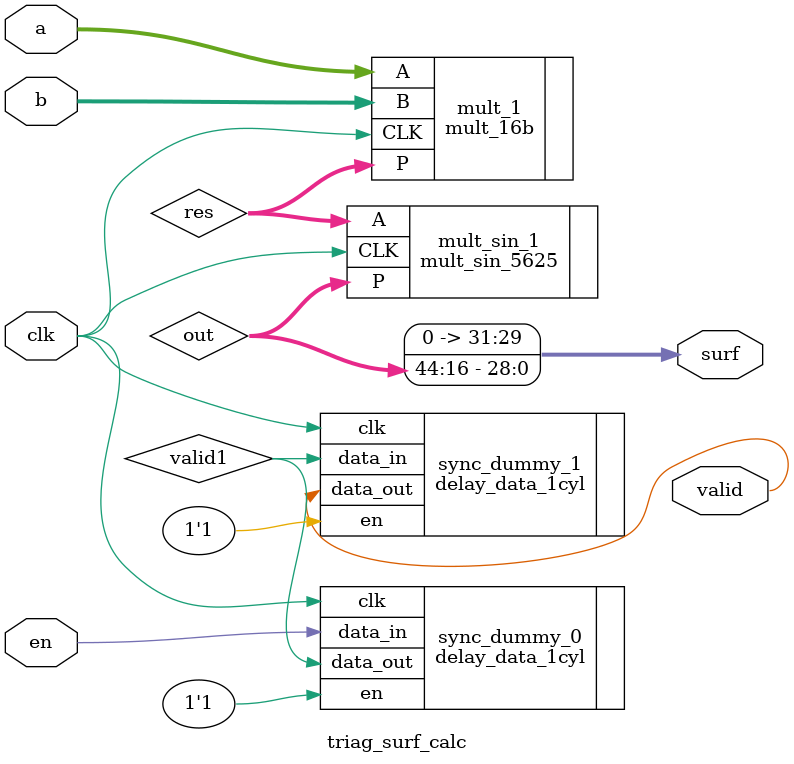
<source format=sv>
`timescale 1ns / 1ps


module triag_surf_calc(
    input clk,
    input en,
    input [15:0] a,
    input [15:0] b,
    output valid,
    output [31:0] surf
    );
    
wire [31:0] res;    
wire [44:0] out;
wire valid1, valid2;

mult_16b mult_1 (
  .CLK(clk),  // input wire CLK
  .A(a),      // input wire [15 : 0] A
  .B(b),      // input wire [15 : 0] B
  .P(res)      // output wire [31 : 0] P
);

mult_sin_5625 mult_sin_1 (
  .CLK(clk),  // input wire CLK
  .A(res),      // input wire [32 : 0] A
  .P(out)      // output wire [44 : 0] P
);
    
delay_data_1cyl sync_dummy_0
(
    .clk(clk),
    .en(1'b1),
    .data_in(en),
    .data_out(valid1)
);    

delay_data_1cyl sync_dummy_1
(
    .clk(clk),
    .en(1'b1),
    .data_in(valid1),
    .data_out(valid)
);
    
assign surf = out >> 16;
    
endmodule

</source>
